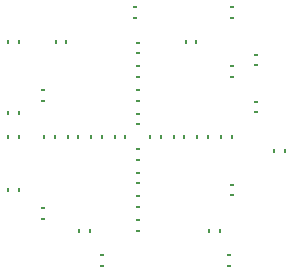
<source format=gbp>
G04 (created by PCBNEW (2013-mar-25)-stable) date Thursday, May 05, 2016 07:05:57 AM*
%MOIN*%
G04 Gerber Fmt 3.4, Leading zero omitted, Abs format*
%FSLAX34Y34*%
G01*
G70*
G90*
G04 APERTURE LIST*
%ADD10C,0.006*%
%ADD11R,0.0176378X0.00976378*%
%ADD12R,0.00976378X0.0176378*%
G04 APERTURE END LIST*
G54D10*
G54D11*
X61023Y-38956D03*
X61023Y-38602D03*
X60925Y-33444D03*
X60925Y-33090D03*
X59842Y-41358D03*
X59842Y-41712D03*
X64960Y-35019D03*
X64960Y-34665D03*
G54D12*
X57066Y-36614D03*
X56712Y-36614D03*
X57066Y-34251D03*
X56712Y-34251D03*
G54D11*
X64074Y-41358D03*
X64074Y-41712D03*
G54D12*
X57066Y-37401D03*
X56712Y-37401D03*
X57066Y-39173D03*
X56712Y-39173D03*
G54D11*
X64173Y-33444D03*
X64173Y-33090D03*
X64960Y-36240D03*
X64960Y-36594D03*
G54D12*
X65570Y-37893D03*
X65925Y-37893D03*
X63759Y-40551D03*
X63405Y-40551D03*
X58681Y-37401D03*
X59035Y-37401D03*
X58248Y-37401D03*
X57893Y-37401D03*
G54D11*
X64173Y-39350D03*
X64173Y-38996D03*
G54D12*
X62618Y-34251D03*
X62972Y-34251D03*
G54D11*
X61023Y-39389D03*
X61023Y-39744D03*
X61023Y-40177D03*
X61023Y-40531D03*
X57874Y-35846D03*
X57874Y-36200D03*
G54D12*
X59429Y-40551D03*
X59074Y-40551D03*
G54D11*
X61023Y-35059D03*
X61023Y-35413D03*
G54D12*
X58287Y-34251D03*
X58641Y-34251D03*
G54D11*
X61023Y-37814D03*
X61023Y-38169D03*
G54D12*
X59822Y-37401D03*
X59468Y-37401D03*
G54D11*
X61023Y-36200D03*
X61023Y-35846D03*
X64173Y-35413D03*
X64173Y-35059D03*
X61023Y-36988D03*
X61023Y-36633D03*
G54D12*
X61437Y-37401D03*
X61791Y-37401D03*
X63011Y-37401D03*
X63366Y-37401D03*
G54D11*
X61023Y-34625D03*
X61023Y-34271D03*
G54D12*
X60610Y-37401D03*
X60255Y-37401D03*
G54D11*
X57874Y-39783D03*
X57874Y-40137D03*
G54D12*
X62224Y-37401D03*
X62578Y-37401D03*
X63799Y-37401D03*
X64153Y-37401D03*
M02*

</source>
